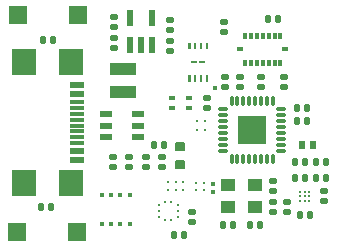
<source format=gtp>
G04*
G04 #@! TF.GenerationSoftware,Altium Limited,Altium Designer,22.11.1 (43)*
G04*
G04 Layer_Color=8421504*
%FSLAX44Y44*%
%MOMM*%
G71*
G04*
G04 #@! TF.SameCoordinates,08DCA11F-4F28-4CA3-8F65-8E8C9E671095*
G04*
G04*
G04 #@! TF.FilePolarity,Positive*
G04*
G01*
G75*
%ADD17R,0.2540X0.2540*%
%ADD18C,0.3810*%
%ADD19R,0.9779X0.5588*%
G04:AMPARAMS|DCode=20|XSize=0.6mm|YSize=0.54mm|CornerRadius=0.1431mm|HoleSize=0mm|Usage=FLASHONLY|Rotation=270.000|XOffset=0mm|YOffset=0mm|HoleType=Round|Shape=RoundedRectangle|*
%AMROUNDEDRECTD20*
21,1,0.6000,0.2538,0,0,270.0*
21,1,0.3138,0.5400,0,0,270.0*
1,1,0.2862,-0.1269,-0.1569*
1,1,0.2862,-0.1269,0.1569*
1,1,0.2862,0.1269,0.1569*
1,1,0.2862,0.1269,-0.1569*
%
%ADD20ROUNDEDRECTD20*%
%ADD21R,0.5100X0.7300*%
%ADD22R,0.2794X0.2540*%
%ADD23R,0.2540X0.2794*%
%ADD24R,0.5000X0.3000*%
G04:AMPARAMS|DCode=25|XSize=0.6mm|YSize=0.54mm|CornerRadius=0.1431mm|HoleSize=0mm|Usage=FLASHONLY|Rotation=180.000|XOffset=0mm|YOffset=0mm|HoleType=Round|Shape=RoundedRectangle|*
%AMROUNDEDRECTD25*
21,1,0.6000,0.2538,0,0,180.0*
21,1,0.3138,0.5400,0,0,180.0*
1,1,0.2862,-0.1569,0.1269*
1,1,0.2862,0.1569,0.1269*
1,1,0.2862,0.1569,-0.1269*
1,1,0.2862,-0.1569,-0.1269*
%
%ADD25ROUNDEDRECTD25*%
%ADD26C,0.2286*%
%ADD27R,1.3000X1.1000*%
%ADD28R,0.5900X0.3500*%
%ADD29R,0.3500X0.5900*%
%ADD30R,1.5240X1.5240*%
%ADD31R,0.4000X0.4000*%
%ADD32R,0.2540X0.2540*%
%ADD33R,2.2000X1.0000*%
%ADD34R,1.1500X0.6000*%
%ADD35R,1.1500X0.3000*%
%ADD36R,2.0000X2.1800*%
G04:AMPARAMS|DCode=37|XSize=0.81mm|YSize=0.27mm|CornerRadius=0.0338mm|HoleSize=0mm|Usage=FLASHONLY|Rotation=180.000|XOffset=0mm|YOffset=0mm|HoleType=Round|Shape=RoundedRectangle|*
%AMROUNDEDRECTD37*
21,1,0.8100,0.2025,0,0,180.0*
21,1,0.7425,0.2700,0,0,180.0*
1,1,0.0675,-0.3713,0.1013*
1,1,0.0675,0.3713,0.1013*
1,1,0.0675,0.3713,-0.1013*
1,1,0.0675,-0.3713,-0.1013*
%
%ADD37ROUNDEDRECTD37*%
G04:AMPARAMS|DCode=38|XSize=0.27mm|YSize=0.81mm|CornerRadius=0.0338mm|HoleSize=0mm|Usage=FLASHONLY|Rotation=180.000|XOffset=0mm|YOffset=0mm|HoleType=Round|Shape=RoundedRectangle|*
%AMROUNDEDRECTD38*
21,1,0.2700,0.7425,0,0,180.0*
21,1,0.2025,0.8100,0,0,180.0*
1,1,0.0675,-0.1013,0.3713*
1,1,0.0675,0.1013,0.3713*
1,1,0.0675,0.1013,-0.3713*
1,1,0.0675,-0.1013,-0.3713*
%
%ADD38ROUNDEDRECTD38*%
%ADD39R,2.3400X2.3400*%
G04:AMPARAMS|DCode=40|XSize=0.762mm|YSize=0.889mm|CornerRadius=0.0953mm|HoleSize=0mm|Usage=FLASHONLY|Rotation=90.000|XOffset=0mm|YOffset=0mm|HoleType=Round|Shape=RoundedRectangle|*
%AMROUNDEDRECTD40*
21,1,0.7620,0.6985,0,0,90.0*
21,1,0.5715,0.8890,0,0,90.0*
1,1,0.1905,0.3493,0.2858*
1,1,0.1905,0.3493,-0.2858*
1,1,0.1905,-0.3493,-0.2858*
1,1,0.1905,-0.3493,0.2858*
%
%ADD40ROUNDEDRECTD40*%
%ADD41R,0.6000X1.3200*%
G36*
X888570Y1043872D02*
X886570D01*
Y1049371D01*
X888570D01*
Y1043872D01*
D02*
G37*
G36*
X883570D02*
X881570D01*
Y1049371D01*
X883570D01*
Y1043872D01*
D02*
G37*
G36*
X878570D02*
X876570D01*
Y1049371D01*
X878570D01*
Y1043872D01*
D02*
G37*
G36*
X873570D02*
X871570D01*
Y1049371D01*
X873570D01*
Y1043872D01*
D02*
G37*
G36*
X886070Y1031871D02*
X881070D01*
Y1033872D01*
X886070D01*
Y1031871D01*
D02*
G37*
G36*
X879070D02*
X874070D01*
Y1033872D01*
X879070D01*
Y1031871D01*
D02*
G37*
G36*
X888570Y1016372D02*
X886570D01*
Y1021871D01*
X888570D01*
Y1016372D01*
D02*
G37*
G36*
X883570D02*
X881570D01*
Y1021871D01*
X883570D01*
Y1016372D01*
D02*
G37*
G36*
X878570D02*
X876570D01*
Y1021871D01*
X878570D01*
Y1016372D01*
D02*
G37*
G36*
X873570D02*
X871570D01*
Y1021871D01*
X873570D01*
Y1016372D01*
D02*
G37*
D17*
X884936Y924560D02*
D03*
X878586D02*
D03*
X884936Y930910D02*
D03*
X878586D02*
D03*
X885444Y982980D02*
D03*
X879094D02*
D03*
X885444Y975360D02*
D03*
X879094D02*
D03*
D18*
X892810Y923290D02*
D03*
Y929640D02*
D03*
X894080Y1010920D02*
D03*
D19*
X801687Y969670D02*
D03*
Y979170D02*
D03*
Y988670D02*
D03*
X828992D02*
D03*
Y979170D02*
D03*
Y969670D02*
D03*
D20*
X988550Y948690D02*
D03*
X979950D02*
D03*
X970770D02*
D03*
X962170D02*
D03*
X851390Y962660D02*
D03*
X842790D02*
D03*
X965980Y903319D02*
D03*
X974580D02*
D03*
X979950Y935069D02*
D03*
X988550D02*
D03*
X972040Y994410D02*
D03*
X963440D02*
D03*
X757410Y1051560D02*
D03*
X748810D02*
D03*
X867900Y886460D02*
D03*
X859300D02*
D03*
X939310Y1069340D02*
D03*
X947910D02*
D03*
X932670Y895350D02*
D03*
X924070D02*
D03*
X901210D02*
D03*
X909810D02*
D03*
X963440Y982980D02*
D03*
X972040D02*
D03*
X962170Y935069D02*
D03*
X970770D02*
D03*
X746760Y910590D02*
D03*
X755360D02*
D03*
D21*
X977420Y962660D02*
D03*
X968220D02*
D03*
D22*
X846836Y901780D02*
D03*
Y906780D02*
D03*
Y911780D02*
D03*
X862584D02*
D03*
Y906780D02*
D03*
Y901780D02*
D03*
D23*
X852210Y914654D02*
D03*
X857210D02*
D03*
Y898906D02*
D03*
X852210D02*
D03*
D24*
X871870Y994220D02*
D03*
Y1002220D02*
D03*
X857870D02*
D03*
Y994220D02*
D03*
D25*
X955040Y906290D02*
D03*
Y914890D02*
D03*
X901700Y1058603D02*
D03*
Y1067203D02*
D03*
X986854Y915180D02*
D03*
Y923780D02*
D03*
X855980Y1059960D02*
D03*
Y1068560D02*
D03*
X902970Y1020300D02*
D03*
Y1011700D02*
D03*
X887730Y1002520D02*
D03*
Y993920D02*
D03*
X933450Y1020300D02*
D03*
Y1011700D02*
D03*
X943610Y906290D02*
D03*
Y914890D02*
D03*
Y923580D02*
D03*
Y932180D02*
D03*
X875221Y897400D02*
D03*
Y906000D02*
D03*
X808990Y1062500D02*
D03*
Y1071100D02*
D03*
Y1044720D02*
D03*
Y1053320D02*
D03*
X952500Y1020300D02*
D03*
Y1011700D02*
D03*
X915670Y1020300D02*
D03*
Y1011700D02*
D03*
X849502Y944390D02*
D03*
Y952990D02*
D03*
X835660D02*
D03*
Y944390D02*
D03*
X821690Y952990D02*
D03*
Y944390D02*
D03*
X807720Y952990D02*
D03*
Y944390D02*
D03*
X855980Y1042180D02*
D03*
Y1050780D02*
D03*
D26*
X966280Y915289D02*
D03*
Y919289D02*
D03*
Y923290D02*
D03*
X970280Y915289D02*
D03*
Y919289D02*
D03*
Y923290D02*
D03*
X974280Y915289D02*
D03*
Y919289D02*
D03*
Y923290D02*
D03*
D27*
X905440Y928480D02*
D03*
X928440D02*
D03*
Y910480D02*
D03*
X905440D02*
D03*
D28*
X953870Y1043773D02*
D03*
X915570D02*
D03*
D29*
X949720Y1032122D02*
D03*
X944720D02*
D03*
X939720D02*
D03*
X934720D02*
D03*
X929720D02*
D03*
X924720D02*
D03*
X919720D02*
D03*
Y1055423D02*
D03*
X924720D02*
D03*
X929720D02*
D03*
X934720D02*
D03*
X939720D02*
D03*
X944720D02*
D03*
X949720D02*
D03*
D30*
X778256Y1073150D02*
D03*
X727710D02*
D03*
X777240Y889000D02*
D03*
X726694D02*
D03*
D31*
X798260Y920050D02*
D03*
X806260D02*
D03*
X814260D02*
D03*
X822260D02*
D03*
Y896050D02*
D03*
X814260D02*
D03*
X806260D02*
D03*
X798260D02*
D03*
D32*
X867410Y931164D02*
D03*
Y924814D02*
D03*
X861060Y931164D02*
D03*
Y924814D02*
D03*
X854710Y931164D02*
D03*
Y924814D02*
D03*
D33*
X816610Y1026775D02*
D03*
Y1007765D02*
D03*
D34*
X777830Y1013710D02*
D03*
Y1005710D02*
D03*
Y957710D02*
D03*
Y949710D02*
D03*
D35*
Y999210D02*
D03*
Y964210D02*
D03*
Y994210D02*
D03*
Y969210D02*
D03*
Y989210D02*
D03*
Y974210D02*
D03*
Y984210D02*
D03*
Y979210D02*
D03*
D36*
X772080Y1032810D02*
D03*
Y930610D02*
D03*
X732780Y1032810D02*
D03*
Y930610D02*
D03*
D37*
X950280Y957860D02*
D03*
Y962860D02*
D03*
Y967860D02*
D03*
Y972860D02*
D03*
Y977860D02*
D03*
Y982860D02*
D03*
Y987860D02*
D03*
Y992860D02*
D03*
X901380D02*
D03*
Y987860D02*
D03*
Y982860D02*
D03*
Y977860D02*
D03*
Y972860D02*
D03*
Y967860D02*
D03*
Y962860D02*
D03*
Y957860D02*
D03*
D38*
X943330Y999810D02*
D03*
X938330D02*
D03*
X933330D02*
D03*
X928330D02*
D03*
X923330D02*
D03*
X918330D02*
D03*
X913330D02*
D03*
X908330D02*
D03*
Y950910D02*
D03*
X913330D02*
D03*
X918330D02*
D03*
X923330D02*
D03*
X928330D02*
D03*
X933330D02*
D03*
X938330D02*
D03*
X943330D02*
D03*
D39*
X925830Y975360D02*
D03*
D40*
X864680Y946150D02*
D03*
Y961390D02*
D03*
D41*
X822350Y1047680D02*
D03*
X831850D02*
D03*
X841350D02*
D03*
Y1070680D02*
D03*
X822350D02*
D03*
M02*

</source>
